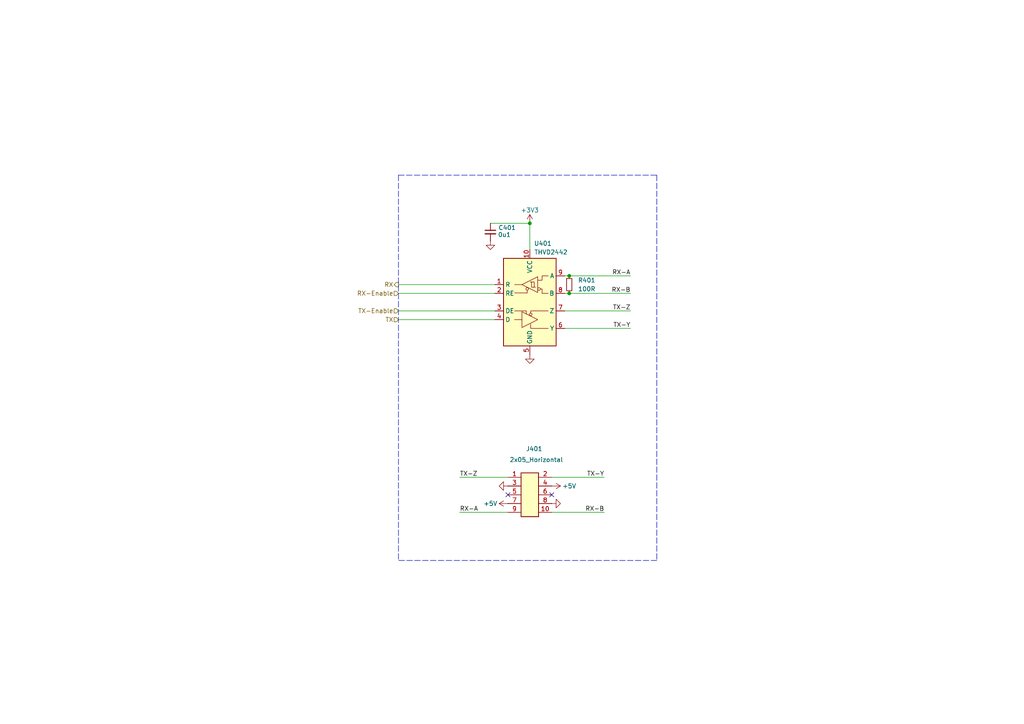
<source format=kicad_sch>
(kicad_sch (version 20250114) (generator "eeschema") (generator_version "9.0")
  (paper "A4")
  (title_block (title "V2 Link") (date "2026-02-11") (rev "2026-02-11") (company "Socket"))
  (lib_symbols
    (symbol "V2_Connector_Header_1.27mm:2x05_Horizontal" (pin_names (hide yes))
      (property "Reference" "J" (at 0 12.7 0))
      (property "Value" "2x05_Horizontal" (at 1.27 10.16 0))
      (symbol "2x05_Horizontal_1_1"
        (rectangle (start -2.54 6.35) (end 2.54 -6.35) (stroke (width 0.254)) (fill (type background)))
        (pin passive line (at -6.35 5.08 0) (length 3.81) (name "Pin_1") (number "1"))
        (pin passive line (at -6.35 2.54 0) (length 3.81) (name "Pin_3") (number "3"))
        (pin passive line (at -6.35 0 0) (length 3.81) (name "Pin_5") (number "5"))
        (pin passive line (at -6.35 -2.54 0) (length 3.81) (name "Pin_7") (number "7"))
        (pin passive line (at -6.35 -5.08 0) (length 3.81) (name "Pin_9") (number "9"))
        (pin passive line (at 6.35 5.08 180) (length 3.81) (name "Pin_2") (number "2"))
        (pin passive line (at 6.35 2.54 180) (length 3.81) (name "Pin_4") (number "4"))
        (pin passive line (at 6.35 0 180) (length 3.81) (name "Pin_6") (number "6"))
        (pin passive line (at 6.35 -2.54 180) (length 3.81) (name "Pin_8") (number "8"))
        (pin passive line (at 6.35 -5.08 180) (length 3.81) (name "Pin_10") (number "10"))
      )
    )
    (symbol "V2_Device:C_0603_0u1" (pin_numbers (hide yes)) (pin_names (offset 0.254) (hide yes))
      (property "Reference" "C" (at 1.778 1.524 0))
      (property "Value" "0u1" (at 1.778 -2.032 0))
      (symbol "C_0603_0u1_0_1"
        (polyline (pts (xy -1.524 0.508) (xy 1.524 0.508)) (stroke (width 0.3048)))
        (polyline (pts (xy -1.524 -0.508) (xy 1.524 -0.508)) (stroke (width 0.3302)))
      )
      (symbol "C_0603_0u1_1_1"
        (pin passive line (at 0 2.54 270) (length 2.032) (name "~") (number "1"))
        (pin passive line (at 0 -2.54 90) (length 2.032) (name "~") (number "2"))
      )
    )
    (symbol "V2_Device:R_0603_100R" (pin_numbers (hide yes)) (pin_names (offset 0.254) (hide yes))
      (property "Reference" "R" (at 2.032 1.27 0))
      (property "Value" "100R" (at 3.81 -1.27 0))
      (symbol "R_0603_100R_0_1"
        (rectangle (start -0.762 1.778) (end 0.762 -1.778) (stroke (width 0.2032)))
      )
      (symbol "R_0603_100R_1_1"
        (pin passive line (at 0 2.54 270) (length 0.762) (name "~") (number "1"))
        (pin passive line (at 0 -2.54 90) (length 0.762) (name "~") (number "2"))
      )
    )
    (symbol "V2_Interface_RS485:THVD2442"
      (property "Reference" "U" (at 2.54 17.78 0))
      (property "Value" "THVD2442" (at 2.54 15.24 0))
      (symbol "THVD2442_0_1"
        (rectangle (start -7.62 12.7) (end 7.62 -12.7) (stroke (width 0.254)) (fill (type background)))
        (polyline (pts (xy -4.445 -5.08) (xy -2.286 -5.08)))
        (polyline (pts (xy -2.286 5.08) (xy -4.4335 5.08)))
        (polyline (pts (xy -2.286 -2.794) (xy -2.286 -7.366) (xy 2.286 -5.08) (xy -2.286 -2.794)))
        (polyline (pts (xy -1.016 -3.429) (xy -1.016 -2.54) (xy -4.445 -2.54)))
        (polyline (pts (xy -0.762 3.429) (xy -0.762 2.667)))
        (polyline (pts (xy -0.762 2.667) (xy -4.4468 2.6741)))
        (circle (center -0.7445 3.8547) (radius 0.381))
        (circle (center 0.254 -3.556) (radius 0.381))
        (polyline (pts (xy 1.27 4.318) (xy 1.27 5.842) (xy 0.381 5.842)))
        (polyline (pts (xy 1.651 4.318) (xy 0.635 4.318) (xy 0.508 4.318) (xy 0.508 5.842) (xy 0.127 5.842)))
        (polyline (pts (xy 2.286 7.366) (xy 2.286 2.794) (xy -2.286 5.08) (xy 2.286 7.366)))
        (polyline (pts (xy 2.286 6.35) (xy 3.556 6.35) (xy 3.556 7.62) (xy 5.334 7.62)))
        (circle (center 2.667 3.81) (radius 0.381))
        (polyline (pts (xy 3.048 3.81) (xy 3.556 3.81) (xy 3.556 2.54) (xy 5.334 2.54)))
        (polyline (pts (xy 5.334 -2.54) (xy 0.254 -2.54) (xy 0.254 -3.175)))
        (polyline (pts (xy 5.334 -7.62) (xy 0.254 -7.62) (xy 0.254 -6.35)))
      )
      (symbol "THVD2442_1_1"
        (pin output line (at -10.16 5.08 0) (length 2.54) (name "R") (number "1"))
        (pin input line (at -10.16 2.54 0) (length 2.54) (name "RE") (number "2"))
        (pin input line (at -10.16 -2.54 0) (length 2.54) (name "DE") (number "3"))
        (pin input line (at -10.16 -5.08 0) (length 2.54) (name "D") (number "4"))
        (pin power_in line (at 0 15.24 270) (length 2.54) (name "VCC") (number "10"))
        (pin passive line (at 0 -15.24 90) (length 2.54) (hide yes) (name "GND") (number "11"))
        (pin power_in line (at 0 -15.24 90) (length 2.54) (name "GND") (number "5"))
        (pin input line (at 10.16 7.62 180) (length 2.54) (name "A") (number "9"))
        (pin input line (at 10.16 2.54 180) (length 2.54) (name "B") (number "8"))
        (pin output line (at 10.16 -2.54 180) (length 2.54) (name "Z") (number "7"))
        (pin output line (at 10.16 -7.62 180) (length 2.54) (name "Y") (number "6"))
      )
    )
    (symbol "V2_power:+3V3" (power) (pin_numbers (hide yes)) (pin_names (offset 0) (hide yes))
      (property "Value" "+3V3" (at 0 5.08 0))
      (symbol "+3V3_0_1"
        (polyline (pts (xy -0.762 1.27) (xy 0 2.54)))
        (polyline (pts (xy 0 2.54) (xy 0.762 1.27)))
        (polyline (pts (xy 0 0) (xy 0 2.54)))
      )
      (symbol "+3V3_1_1"
        (pin power_in line (at 0 0 90) (length 0) (name "~") (number "1"))
      )
    )
    (symbol "V2_power:+5V" (power) (pin_numbers (hide yes)) (pin_names (offset 0) (hide yes))
      (property "Value" "+5V" (at 0 5.08 0))
      (symbol "+5V_0_1"
        (polyline (pts (xy -0.762 1.27) (xy 0 2.54)))
        (polyline (pts (xy 0 2.54) (xy 0.762 1.27)))
        (polyline (pts (xy 0 0) (xy 0 2.54)))
      )
      (symbol "+5V_1_1"
        (pin power_in line (at 0 0 90) (length 0) (name "~") (number "1"))
      )
    )
    (symbol "V2_power:GND" (power) (pin_numbers (hide yes)) (pin_names (offset 0) (hide yes))
      (symbol "GND_0_1"
        (polyline (pts (xy 0 0) (xy 0 -1.27) (xy 1.27 -1.27) (xy 0 -2.54) (xy -1.27 -1.27) (xy 0 -1.27)))
      )
      (symbol "GND_1_1"
        (pin power_in line (at 0 0 270) (length 0) (name "~") (number "1"))
      )
    )
  )
  (junction (at 153.67 64.77))
  (junction (at 165.1 85.09))
  (junction (at 165.1 80.01))
  (no_connect (at 147.32 143.51))
  (no_connect (at 160.02 143.51))
  (wire (pts (xy 153.67 64.77) (xy 142.24 64.77)))
  (wire (pts (xy 115.57 85.09) (xy 143.51 85.09)))
  (wire (pts (xy 147.32 148.59) (xy 133.35 148.59)))
  (wire (pts (xy 115.57 90.17) (xy 143.51 90.17)))
  (wire (pts (xy 165.1 80.01) (xy 182.88 80.01)))
  (polyline (pts (xy 115.57 50.8) (xy 115.57 162.56)) (stroke (width 0) (type dash)))
  (wire (pts (xy 165.1 85.09) (xy 182.88 85.09)))
  (polyline (pts (xy 115.57 50.8) (xy 190.5 50.8)) (stroke (width 0) (type dash)))
  (wire (pts (xy 115.57 82.55) (xy 143.51 82.55)))
  (wire (pts (xy 163.83 95.25) (xy 182.88 95.25)))
  (wire (pts (xy 163.83 85.09) (xy 165.1 85.09)))
  (wire (pts (xy 160.02 138.43) (xy 175.26 138.43)))
  (wire (pts (xy 163.83 90.17) (xy 182.88 90.17)))
  (wire (pts (xy 153.67 64.77) (xy 153.67 72.39)))
  (wire (pts (xy 147.32 138.43) (xy 133.35 138.43)))
  (polyline (pts (xy 190.5 50.8) (xy 190.5 162.56)) (stroke (width 0) (type dash)))
  (wire (pts (xy 163.83 80.01) (xy 165.1 80.01)))
  (polyline (pts (xy 190.5 162.56) (xy 115.57 162.56)) (stroke (width 0) (type dash)))
  (wire (pts (xy 115.57 92.71) (xy 143.51 92.71)))
  (wire (pts (xy 160.02 148.59) (xy 175.26 148.59)))
  (label "RX-A" (at 133.35 148.59 0))
  (label "TX-Z" (at 133.35 138.43 0))
  (label "TX-Y" (at 182.88 95.25 180))
  (label "TX-Y" (at 175.26 138.43 180))
  (label "RX-A" (at 182.88 80.01 180))
  (label "RX-B" (at 182.88 85.09 180))
  (label "TX-Z" (at 182.88 90.17 180))
  (label "RX-B" (at 175.26 148.59 180))
  (hierarchical_label "TX-Enable" (shape input) (at 115.57 90.17 180))
  (hierarchical_label "RX-Enable" (shape input) (at 115.57 85.09 180))
  (hierarchical_label "TX" (shape input) (at 115.57 92.71 180))
  (hierarchical_label "RX" (shape output) (at 115.57 82.55 180))
  (symbol (lib_id "V2_power:+3V3") (at 153.67 64.77 0) (unit 1)
    (property "Reference" "#PWR0403" (effects (hide yes)))
    (property "Value" "+3V3" (at 153.67 60.96 0))
  )
  (symbol (lib_id "V2_Interface_RS485:THVD2442") (at 153.67 87.63 0) (unit 1)
    (property "Reference" "U401" (at 154.8639 70.612 0) (effects (justify left)))
    (property "Value" "THVD2442" (at 154.94 73.152 0) (effects (justify left)))
    (property "Footprint" "V2_Package_SON:VSON-10-4-1EP_3x3mm_P0.5mm_EP1.65x2.4mm_ThermalVias" (effects (hide yes)))
    (property "Mouser" "595-THVD2442DRCR" (effects (hide yes)))
    (property "Product" "THVD2442DRCR " (effects (hide yes)))
    (property "Manufacturer" "Texas Instruments" (effects (hide yes)))
  )
  (symbol (lib_id "V2_power:GND") (at 147.32 140.97 270) (unit 1)
    (property "Reference" "#PWR0401" (effects (hide yes)))
    (property "Value" "GND" (effects (hide yes)))
  )
  (symbol (lib_id "V2_power:GND") (at 153.67 102.87 0) (unit 1)
    (property "Reference" "#PWR0404" (effects (hide yes)))
    (property "Value" "GND" (effects (hide yes)))
  )
  (symbol (lib_id "V2_power:GND") (at 142.24 69.85 0) (unit 1)
    (property "Reference" "#PWR0407" (effects (hide yes)))
    (property "Value" "GND" (effects (hide yes)))
  )
  (symbol (lib_id "V2_Device:R_0603_100R") (at 165.1 82.55 0) (unit 1)
    (property "Reference" "R401" (at 170.18 81.28 0))
    (property "Value" "100R" (at 170.18 83.82 0))
    (property "Footprint" "V2_Resistor_SMD:R_0603" (effects (hide yes)))
    (property "Description" "Resistor, small symbol" (effects (hide yes)))
    (property "Mouser" "71-CRCW0603100RFKEAH" (effects (hide yes)))
    (property "Rating" "330mW" (effects (hide yes)))
    (property "Manufacturer" "Vishay" (effects (hide yes)))
    (property "Product" "CRCW0603100RFKEAHP" (effects (hide yes)))
  )
  (symbol (lib_id "V2_power:GND") (at 160.02 146.05 90) (unit 1)
    (property "Reference" "#PWR0406" (effects (hide yes)))
    (property "Value" "GND" (effects (hide yes)))
  )
  (symbol (lib_id "V2_Connector_Header_1.27mm:2x05_Horizontal") (at 153.67 143.51 0) (unit 1)
    (property "Reference" "J401" (at 154.94 130.175 0))
    (property "Value" "2x05_Horizontal" (at 155.575 133.35 0))
    (property "Footprint" "V2_Connector_Header_1.27mm:PinHeader_2x05_P1.27mm_Horizontal" (effects (hide yes)))
    (property "Description" "Amphenol – Minitek127" (effects (hide yes)))
    (property "Mouser" "649-200211120001T4LF" (effects (hide yes)))
    (property "Manufacturer" "Amphenol FCI" (effects (hide yes)))
    (property "Product" "20021112-00010T4LF" (effects (hide yes)))
  )
  (symbol (lib_id "V2_Device:C_0603_0u1") (at 142.24 67.31 0) (unit 1)
    (property "Reference" "C401" (at 144.526 66.0462 0) (effects (justify left)))
    (property "Value" "0u1" (at 146.304 68.0782 0))
    (property "Footprint" "V2_Capacitor_SMD:C_0603" (effects (hide yes)))
    (property "Description" "Unpolarized capacitor, small symbol" (effects (hide yes)))
    (property "Mouser" "810-CGA3E2X7R1H104MA" (effects (hide yes)))
    (property "Manufacturer" "TDK" (effects (hide yes)))
    (property "Product" "CGA3E2X7R1H104M080AA" (effects (hide yes)))
    (property "Rating" "50V" (effects (hide yes)))
  )
  (symbol (lib_id "V2_power:+5V") (at 147.32 146.05 90) (unit 1)
    (property "Reference" "#PWR0402" (effects (hide yes)))
    (property "Value" "+5V" (at 142.24 146.05 90))
  )
  (symbol (lib_id "V2_power:+5V") (at 160.02 140.97 270) (unit 1)
    (property "Reference" "#PWR0405" (effects (hide yes)))
    (property "Value" "+5V" (at 165.1 140.97 90))
  )
)
</source>
